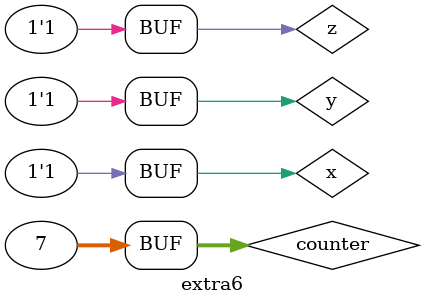
<source format=v>
module EXTRA6(output s1, input x, input y, input z);
	assign s1 = (~x|y|~z) & (x|~y|~z);
endmodule

module extra6;

	integer counter;
	reg x,y,z;
	wire s1;
	EXTRA6 fxyz_1(s1,x,y,z);

	initial begin:main;
		x=0; y=0; z=0; counter = 0;
		$display("Tabela verdade exercicio 6:");
		$monitor("%0d | %b %b %b | %b", counter,x,y,z,s1);
#1 z=1; counter++;
#1 z=0; y=1; counter++;
#1 z=1; y=1; counter++;
#1 z=0; y=0; x=1; counter++;
#1 z=1; y=0; counter++;
#1 z=0; y=1; counter++;
#1 z=1; counter++;
	end
endmodule

</source>
